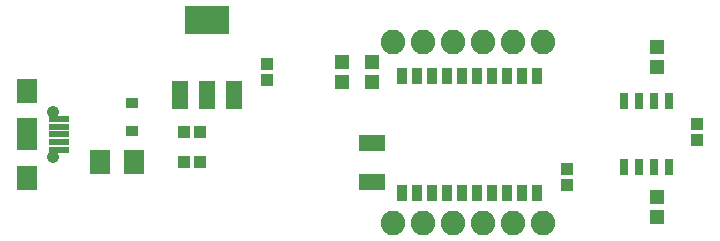
<source format=gbs>
G75*
%MOIN*%
%OFA0B0*%
%FSLAX25Y25*%
%IPPOS*%
%LPD*%
%AMOC8*
5,1,8,0,0,1.08239X$1,22.5*
%
%ADD10R,0.04737X0.05131*%
%ADD11R,0.03162X0.05524*%
%ADD12R,0.03950X0.04146*%
%ADD13R,0.04146X0.03950*%
%ADD14R,0.08800X0.05800*%
%ADD15R,0.03556X0.05524*%
%ADD16C,0.08200*%
%ADD17R,0.06509X0.02375*%
%ADD18C,0.04146*%
%ADD19R,0.06693X0.07874*%
%ADD20R,0.06693X0.10630*%
%ADD21R,0.07099X0.07898*%
%ADD22R,0.04068X0.03280*%
%ADD23R,0.05800X0.09800*%
%ADD24R,0.14800X0.09300*%
D10*
X0126346Y0067654D03*
X0136346Y0067654D03*
X0136346Y0074346D03*
X0126346Y0074346D03*
X0231346Y0072654D03*
X0231346Y0079346D03*
X0231346Y0029346D03*
X0231346Y0022654D03*
D11*
X0230382Y0039189D03*
X0235382Y0039189D03*
X0225382Y0039189D03*
X0220382Y0039189D03*
X0220382Y0061236D03*
X0225382Y0061236D03*
X0230382Y0061236D03*
X0235382Y0061236D03*
D12*
X0244614Y0053756D03*
X0244614Y0048244D03*
X0201346Y0038756D03*
X0201346Y0033244D03*
X0101346Y0068244D03*
X0101346Y0073756D03*
D13*
X0079102Y0051000D03*
X0073591Y0051000D03*
X0073591Y0041000D03*
X0079102Y0041000D03*
D14*
X0136346Y0034500D03*
X0136346Y0047500D03*
D15*
X0146327Y0030823D03*
X0151327Y0030823D03*
X0156327Y0030823D03*
X0161327Y0030823D03*
X0166327Y0030823D03*
X0171327Y0030823D03*
X0176327Y0030823D03*
X0181327Y0030823D03*
X0186327Y0030823D03*
X0191327Y0030823D03*
X0191327Y0069602D03*
X0186327Y0069602D03*
X0181327Y0069602D03*
X0176327Y0069602D03*
X0171327Y0069602D03*
X0166327Y0069602D03*
X0161327Y0069602D03*
X0156327Y0069602D03*
X0151327Y0069602D03*
X0146327Y0069602D03*
D16*
X0143236Y0081000D03*
X0153236Y0081000D03*
X0163236Y0081000D03*
X0173236Y0081000D03*
X0183236Y0081000D03*
X0193236Y0081000D03*
X0193236Y0020685D03*
X0183236Y0020685D03*
X0173236Y0020685D03*
X0163236Y0020685D03*
X0153236Y0020685D03*
X0143236Y0020685D03*
D17*
X0032075Y0045094D03*
X0032075Y0047654D03*
X0032075Y0050213D03*
X0032075Y0052772D03*
X0032075Y0055331D03*
D18*
X0030008Y0057693D03*
X0030008Y0042732D03*
D19*
X0021346Y0035709D03*
X0021346Y0064717D03*
D20*
X0021346Y0050213D03*
D21*
X0045748Y0041000D03*
X0056945Y0041000D03*
D22*
X0056346Y0051472D03*
X0056346Y0060528D03*
D23*
X0072346Y0063500D03*
X0081346Y0063500D03*
X0090346Y0063500D03*
D24*
X0081346Y0088500D03*
M02*

</source>
